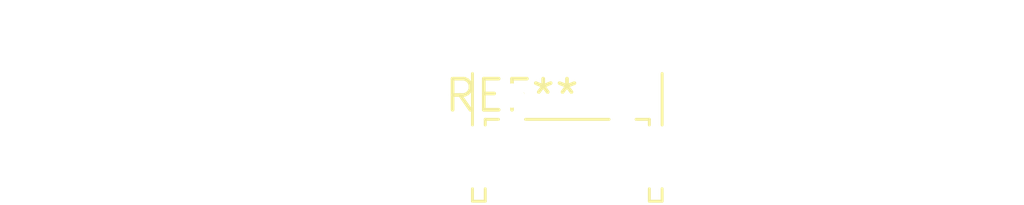
<source format=kicad_pcb>
(kicad_pcb (version 20240108) (generator pcbnew)
  (layers (0 "F.Cu" signal) (31 "B.Cu" signal) (34 "B.Paste" user) (35 "F.Paste" user) (36 "B.SilkS" user "B.Silkscreen") (37 "F.SilkS" user "F.Silkscreen") (38 "B.Mask" user) (39 "F.Mask" user) (44 "Edge.Cuts" user))
  (net 0 "")
  (footprint "SW_Tactile_SPST_Angled_PTS645Vx39-2LFS" (layer "F.Cu") (at 0 0)
    (property "Reference" "REF**")
    (property "Value" "SW_Tactile_SPST_Angled_PTS645Vx39-2LFS")
    (fp_line (start -1.61 -0.9) (end -1.61 1.2) (layer "F.SilkS") (stroke (width 0.12)))
    (fp_line (start -1.61 3.8) (end -1.61 4.31) (layer "F.SilkS") (stroke (width 0.12)))
    (fp_line (start -1.61 4.31) (end -1.09 4.31) (layer "F.SilkS") (stroke (width 0.12)))
    (fp_line (start -1.09 0.97) (end -1.09 1.2) (layer "F.SilkS") (stroke (width 0.12)))
    (fp_line (start -1.09 0.97) (end -0.55 0.97) (layer "F.SilkS") (stroke (width 0.12)))
    (fp_line (start -1.09 3.8) (end -1.09 4.31) (layer "F.SilkS") (stroke (width 0.12)))
    (fp_line (start 0.55 0.97) (end 3.95 0.97) (layer "F.SilkS") (stroke (width 0.12)))
    (fp_line (start 5.05 0.97) (end 5.59 0.97) (layer "F.SilkS") (stroke (width 0.12)))
    (fp_line (start 5.59 0.97) (end 5.59 1.2) (layer "F.SilkS") (stroke (width 0.12)))
    (fp_line (start 5.59 3.8) (end 5.59 4.31) (layer "F.SilkS") (stroke (width 0.12)))
    (fp_line (start 5.59 4.31) (end 6.11 4.31) (layer "F.SilkS") (stroke (width 0.12)))
    (fp_line (start 6.11 -0.9) (end 6.11 1.2) (layer "F.SilkS") (stroke (width 0.12)))
    (fp_line (start 6.11 3.8) (end 6.11 4.31) (layer "F.SilkS") (stroke (width 0.12)))
    (pad "" thru_hole circle (at -1.25 2.49) (size 2.1 2.1) (drill 1.3) (layers *.Cu *.Mask) (remove_unused_layers))
    (pad "" thru_hole circle (at 5.76 2.49) (size 2.1 2.1) (drill 1.3) (layers *.Cu *.Mask) (remove_unused_layers))
    (pad "1" thru_hole circle (at 0 0) (size 1.75 1.75) (drill 0.99) (layers *.Cu *.Mask) (remove_unused_layers))
    (pad "2" thru_hole circle (at 4.5 0) (size 1.75 1.75) (drill 0.99) (layers *.Cu *.Mask) (remove_unused_layers))
  )
)
</source>
